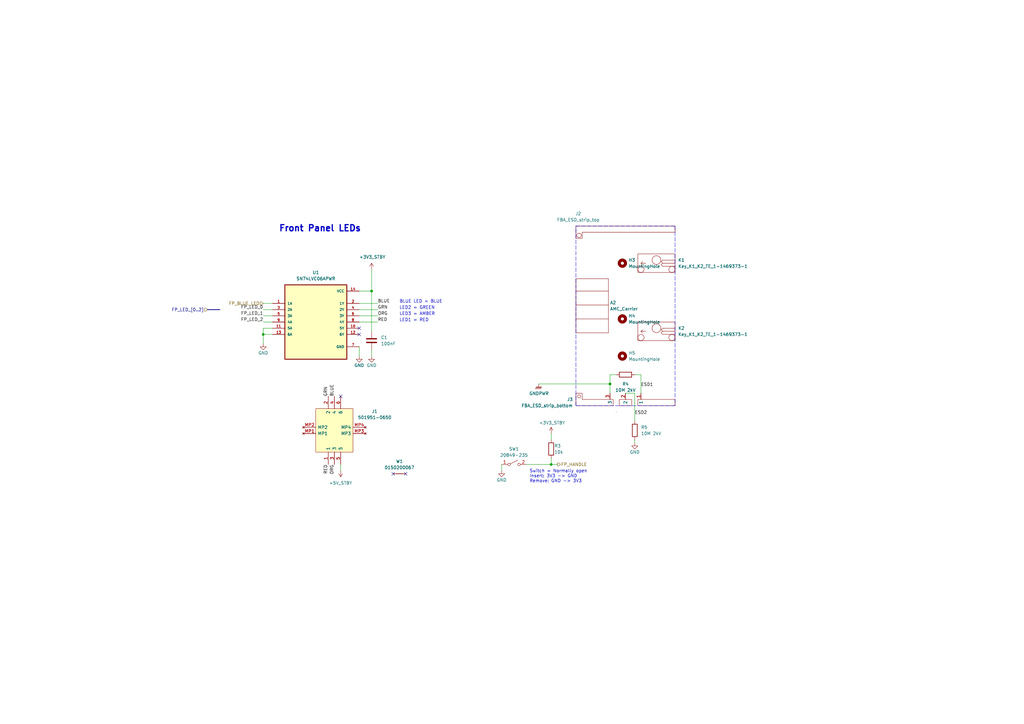
<source format=kicad_sch>
(kicad_sch (version 20211123) (generator eeschema)
  (paper "A3")
  (title_block (title "ATCA Template") (date "2023-01-05") (rev "1.0") (company "Karlsruhe Institute of Technology (KIT)") (comment 1 "Carsten Schmerbeck") (comment 2 "Luis Ardila") (comment 4 "Licensed under CERN-OHL-P v2"))
  (lib_symbols
    (symbol "Device:C" (pin_numbers hide) (pin_names (offset 0.254))
      (property "Reference" "C" (at 0.635 2.54 0))
      (property "Value" "C" (at 0.635 -2.54 0))
      (symbol "C_0_1"
        (polyline (pts (xy -2.032 -0.762) (xy 2.032 -0.762)) (stroke (width 0.508)))
        (polyline (pts (xy -2.032 0.762) (xy 2.032 0.762)) (stroke (width 0.508)))
      )
      (symbol "C_1_1"
        (pin passive line (at 0 3.81 270) (length 2.794) (name "~") (number "1"))
        (pin passive line (at 0 -3.81 90) (length 2.794) (name "~") (number "2"))
      )
    )
    (symbol "Device:NetTie_2" (pin_numbers hide) (pin_names (offset 0) hide)
      (property "Reference" "NT" (at 0 1.27 0))
      (property "Value" "NetTie_2" (at 0 -1.27 0))
      (symbol "NetTie_2_0_1"
        (polyline (pts (xy -1.27 0) (xy 1.27 0)) (stroke (width 0.254)))
      )
      (symbol "NetTie_2_1_1"
        (pin passive line (at -2.54 0 0) (length 2.54) (name "1") (number "1"))
        (pin passive line (at 2.54 0 180) (length 2.54) (name "2") (number "2"))
      )
    )
    (symbol "Device:R" (pin_numbers hide) (pin_names (offset 0))
      (property "Reference" "R" (at 2.032 0 90))
      (property "Value" "R" (at 0 0 90))
      (symbol "R_0_1"
        (rectangle (start -1.016 -2.54) (end 1.016 2.54) (stroke (width 0.254)))
      )
      (symbol "R_1_1"
        (pin passive line (at 0 3.81 270) (length 1.27) (name "~") (number "1"))
        (pin passive line (at 0 -3.81 90) (length 1.27) (name "~") (number "2"))
      )
    )
    (symbol "KIT_Connector:501951-0650" (pin_names (offset 0.762))
      (property "Reference" "J" (at 21.59 12.7 0))
      (property "Value" "501951-0650" (at 21.59 10.16 0))
      (symbol "501951-0650_0_0"
        (pin passive line (at 10.16 -15.24 90) (length 5.08) (name "1") (number "1"))
        (pin passive line (at 10.16 12.7 270) (length 5.08) (name "2") (number "2"))
        (pin passive line (at 12.7 -15.24 90) (length 5.08) (name "3") (number "3"))
        (pin passive line (at 12.7 12.7 270) (length 5.08) (name "4") (number "4"))
        (pin passive line (at 15.24 -15.24 90) (length 5.08) (name "5") (number "5"))
        (pin passive line (at 15.24 12.7 270) (length 5.08) (name "6") (number "6"))
        (pin no_connect line (at 0 -2.54 0) (length 5.08) (name "MP1") (number "MP1"))
        (pin no_connect line (at 0 0 0) (length 5.08) (name "MP2") (number "MP2"))
        (pin no_connect line (at 25.4 -2.54 180) (length 5.08) (name "MP3") (number "MP3"))
        (pin no_connect line (at 25.4 0 180) (length 5.08) (name "MP4") (number "MP4"))
      )
      (symbol "501951-0650_0_1"
        (polyline (pts (xy 5.08 7.62) (xy 20.32 7.62) (xy 20.32 -10.16) (xy 5.08 -10.16) (xy 5.08 7.62)) (stroke (width 0.1524)) (fill (type background)))
      )
    )
    (symbol "KIT_Logic:SN74LVC06APWR" (pin_names (offset 1.016))
      (property "Reference" "U" (at -12.7 16.2306 0))
      (property "Value" "SN74LVC06APWR" (at -12.7 -19.2278 0))
      (symbol "SN74LVC06APWR_0_0"
        (rectangle (start -12.7 -15.24) (end 12.7 15.24) (stroke (width 0.4064)) (fill (type background)))
        (pin input line (at -17.78 7.62 0) (length 5.08) (name "1A") (number "1"))
        (pin output line (at 17.78 -2.54 180) (length 5.08) (name "5Y") (number "10"))
        (pin input line (at -17.78 -2.54 0) (length 5.08) (name "5A") (number "11"))
        (pin output line (at 17.78 -5.08 180) (length 5.08) (name "6Y") (number "12"))
        (pin input line (at -17.78 -5.08 0) (length 5.08) (name "6A") (number "13"))
        (pin power_in line (at 17.78 12.7 180) (length 5.08) (name "VCC") (number "14"))
        (pin output line (at 17.78 7.62 180) (length 5.08) (name "1Y") (number "2"))
        (pin input line (at -17.78 5.08 0) (length 5.08) (name "2A") (number "3"))
        (pin output line (at 17.78 5.08 180) (length 5.08) (name "2Y") (number "4"))
        (pin input line (at -17.78 2.54 0) (length 5.08) (name "3A") (number "5"))
        (pin output line (at 17.78 2.54 180) (length 5.08) (name "3Y") (number "6"))
        (pin power_in line (at 17.78 -10.16 180) (length 5.08) (name "GND") (number "7"))
        (pin output line (at 17.78 0 180) (length 5.08) (name "4Y") (number "8"))
        (pin input line (at -17.78 0 0) (length 5.08) (name "4A") (number "9"))
      )
    )
    (symbol "KIT_Mechanical:AMC_Carrier"
      (property "Reference" "A" (at 0 0 0))
      (property "Value" "AMC_Carrier" (at 0 0 0))
      (symbol "AMC_Carrier_0_1"
        (polyline (pts (xy 0 -16.51) (xy 13.335 -16.51)))
        (polyline (pts (xy 0 -5.08) (xy 13.335 -5.08)))
        (polyline (pts (xy 13.335 -10.795) (xy 0 -10.795)))
        (rectangle (start 0 0) (end 13.335 -22.225))
      )
    )
    (symbol "KIT_Mechanical:FBA_ESD_strip_bottom"
      (property "Reference" "J" (at 0 0 0))
      (property "Value" "FBA_ESD_strip_bottom" (at 0 0 0))
      (symbol "FBA_ESD_strip_bottom_0_1"
        (circle (center -19.05 1.27) (radius 0.635))
        (arc (start -3.81 -5.08) (mid -3.81 -5.08) (end -3.81 -5.08))
        (arc (start -3.81 -5.08) (mid -3.81 -5.08) (end -3.81 -5.08))
        (rectangle (start -2.54 0) (end 2.54 -2.54))
        (polyline (pts (xy -5.08 0) (xy -17.78 0) (xy -17.78 2.54) (xy -20.32 2.54) (xy -20.32 -2.54) (xy -5.08 -2.54) (xy -5.08 0)))
        (rectangle (start 5.08 0) (end 20.32 -2.54))
      )
      (symbol "FBA_ESD_strip_bottom_1_1"
        (pin passive line (at 6.35 2.54 270) (length 2.54) (name "1") (number "1"))
        (pin passive line (at 0 2.54 270) (length 2.54) (name "2") (number "2"))
        (pin passive line (at -6.35 2.54 270) (length 2.54) (name "3") (number "3"))
      )
    )
    (symbol "KIT_Mechanical:FBA_ESD_strip_top"
      (property "Reference" "J" (at 12.065 0 0))
      (property "Value" "FBA_ESD_strip_top" (at 12.065 0 0))
      (symbol "FBA_ESD_strip_top_0_1"
        (polyline (pts (xy 0 0) (xy 40.64 0) (xy 40.64 -2.54) (xy 2.54 -2.54) (xy 2.54 -5.08) (xy 0 -5.08) (xy 0 0)))
        (circle (center 1.27 -3.81) (radius 0.898))
      )
    )
    (symbol "KIT_Mechanical:Key_K1_K2_TE_1-1469373-1" (pin_names (offset 1.016))
      (property "Reference" "K2" (at 8.3312 1.1684 0))
      (property "Value" "Key_K1_K2_TE_1-1469373-1" (at 8.3312 -1.143 0))
      (symbol "Key_K1_K2_TE_1-1469373-1_0_1"
        (rectangle (start -7.62 3.81) (end 7.62 -3.81))
        (circle (center -6.35 -2.54) (radius 1.27))
        (polyline (pts (xy -6.35 0) (xy -5.715 -0.635)))
        (polyline (pts (xy -4.445 0) (xy -6.35 0) (xy -5.715 0.635)))
        (polyline (pts (xy 7.62 -1.27) (xy 2.54 -1.27) (xy 1.905 -0.635) (xy 2.54 0)))
        (polyline (pts (xy 7.62 1.27) (xy 2.54 1.27) (xy 1.905 0.635) (xy 2.54 0) (xy 7.62 0)))
        (circle (center 0 1.27) (radius 1.8034))
        (circle (center 6.35 -2.54) (radius 1.27))
      )
    )
    (symbol "KIT_Power:+3V3_STBY" (power) (pin_names (offset 0))
      (property "Value" "+3V3_STBY" (at 0 3.556 0))
      (symbol "+3V3_STBY_0_1"
        (polyline (pts (xy -0.762 1.27) (xy 0 2.54)))
        (polyline (pts (xy 0 0) (xy 0 2.54)))
        (polyline (pts (xy 0 2.54) (xy 0.762 1.27)))
      )
      (symbol "+3V3_STBY_1_1"
        (pin power_in line (at 0 0 90) (length 0) hide (name "+3V3_STBY") (number "1"))
      )
    )
    (symbol "KIT_Power:+5V_STBY" (power) (pin_names (offset 0))
      (property "Value" "+5V_STBY" (at 0 3.556 0))
      (symbol "+5V_STBY_0_1"
        (polyline (pts (xy -0.762 1.27) (xy 0 2.54)))
        (polyline (pts (xy 0 0) (xy 0 2.54)))
        (polyline (pts (xy 0 2.54) (xy 0.762 1.27)))
      )
      (symbol "+5V_STBY_1_1"
        (pin power_in line (at 0 0 90) (length 0) hide (name "+5V_STBY") (number "1"))
      )
    )
    (symbol "Key_K1_K2_TE_1-1469373-1_1" (pin_names (offset 1.016))
      (property "Reference" "K2" (at 8.3312 1.1684 0))
      (property "Value" "Key_K1_K2_TE_1-1469373-1_1" (at 8.3312 -1.143 0))
      (symbol "Key_K1_K2_TE_1-1469373-1_1_0_1"
        (rectangle (start -7.62 3.81) (end 7.62 -3.81))
        (circle (center -6.35 -2.54) (radius 1.27))
        (polyline (pts (xy -6.35 0) (xy -5.715 -0.635)))
        (polyline (pts (xy -4.445 0) (xy -6.35 0) (xy -5.715 0.635)))
        (polyline (pts (xy 7.62 -1.27) (xy 2.54 -1.27) (xy 1.905 -0.635) (xy 2.54 0)))
        (polyline (pts (xy 7.62 1.27) (xy 2.54 1.27) (xy 1.905 0.635) (xy 2.54 0) (xy 7.62 0)))
        (circle (center 0 1.27) (radius 1.8034))
        (circle (center 6.35 -2.54) (radius 1.27))
      )
    )
    (symbol "Mechanical:MountingHole" (pin_names (offset 1.016))
      (property "Reference" "H" (at 0 5.08 0))
      (property "Value" "MountingHole" (at 0 3.175 0))
      (symbol "MountingHole_0_1"
        (circle (center 0 0) (radius 1.27) (stroke (width 1.27)))
      )
    )
    (symbol "Switch:SW_SPST" (pin_names (offset 0) hide)
      (property "Reference" "SW" (at 0 3.175 0))
      (property "Value" "SW_SPST" (at 0 -2.54 0))
      (symbol "SW_SPST_0_0"
        (circle (center -2.032 0) (radius 0.508))
        (polyline (pts (xy -1.524 0.254) (xy 1.524 1.778)))
        (circle (center 2.032 0) (radius 0.508))
      )
      (symbol "SW_SPST_1_1"
        (pin passive line (at -5.08 0 0) (length 2.54) (name "A") (number "1"))
        (pin passive line (at 5.08 0 180) (length 2.54) (name "B") (number "2"))
      )
    )
    (symbol "power:GND" (power) (pin_names (offset 0))
      (property "Value" "GND" (at 0 -3.81 0))
      (symbol "GND_0_1"
        (polyline (pts (xy 0 0) (xy 0 -1.27) (xy 1.27 -1.27) (xy 0 -2.54) (xy -1.27 -1.27) (xy 0 -1.27)))
      )
      (symbol "GND_1_1"
        (pin power_in line (at 0 0 270) (length 0) hide (name "GND") (number "1"))
      )
    )
    (symbol "power:GNDPWR" (power) (pin_names (offset 0))
      (property "Value" "GNDPWR" (at 0 -3.302 0))
      (symbol "GNDPWR_0_1"
        (polyline (pts (xy 0 -1.27) (xy 0 0)))
        (polyline (pts (xy -1.016 -1.27) (xy -1.27 -2.032) (xy -1.27 -2.032)) (stroke (width 0.2032)))
        (polyline (pts (xy -0.508 -1.27) (xy -0.762 -2.032) (xy -0.762 -2.032)) (stroke (width 0.2032)))
        (polyline (pts (xy 0 -1.27) (xy -0.254 -2.032) (xy -0.254 -2.032)) (stroke (width 0.2032)))
        (polyline (pts (xy 0.508 -1.27) (xy 0.254 -2.032) (xy 0.254 -2.032)) (stroke (width 0.2032)))
        (polyline (pts (xy 1.016 -1.27) (xy -1.016 -1.27) (xy -1.016 -1.27)) (stroke (width 0.2032)))
        (polyline (pts (xy 1.016 -1.27) (xy 0.762 -2.032) (xy 0.762 -2.032) (xy 0.762 -2.032)) (stroke (width 0.2032)))
      )
      (symbol "GNDPWR_1_1"
        (pin power_in line (at 0 0 270) (length 0) hide (name "GNDPWR") (number "1"))
      )
    )
  )
  (junction (at 152.4 119.38))
  (junction (at 107.95 137.16))
  (junction (at 250.19 157.48))
  (junction (at 226.06 190.5))
  (no_connect (at 166.37 194.31))
  (no_connect (at 161.29 194.31))
  (no_connect (at 139.7 162.56))
  (no_connect (at 147.32 134.62))
  (no_connect (at 147.32 137.16))
  (polyline (pts (xy 236.22 166.37) (xy 236.22 92.71)))
  (wire (pts (xy 260.35 161.29) (xy 260.35 172.72)))
  (wire (pts (xy 107.95 137.16) (xy 107.95 134.62)))
  (wire (pts (xy 107.95 127) (xy 111.76 127)))
  (wire (pts (xy 152.4 135.89) (xy 152.4 119.38)))
  (wire (pts (xy 147.32 127) (xy 154.94 127)))
  (wire (pts (xy 147.32 129.54) (xy 154.94 129.54)))
  (wire (pts (xy 107.95 129.54) (xy 111.76 129.54)))
  (polyline (pts (xy 276.86 92.71) (xy 276.86 166.37)))
  (wire (pts (xy 147.32 142.24) (xy 147.32 146.05)))
  (wire (pts (xy 226.06 180.34) (xy 226.06 177.8)))
  (polyline (pts (xy 236.22 92.71) (xy 276.86 92.71)))
  (wire (pts (xy 250.19 161.29) (xy 250.19 157.48)))
  (wire (pts (xy 107.95 137.16) (xy 111.76 137.16)))
  (wire (pts (xy 147.32 132.08) (xy 154.94 132.08)))
  (wire (pts (xy 107.95 132.08) (xy 111.76 132.08)))
  (wire (pts (xy 250.19 153.67) (xy 252.73 153.67)))
  (wire (pts (xy 107.95 140.97) (xy 107.95 137.16)))
  (wire (pts (xy 152.4 110.49) (xy 152.4 119.38)))
  (wire (pts (xy 250.19 157.48) (xy 250.19 153.67)))
  (wire (pts (xy 250.19 157.48) (xy 220.98 157.48)))
  (wire (pts (xy 147.32 119.38) (xy 152.4 119.38)))
  (wire (pts (xy 205.74 193.04) (xy 205.74 190.5)))
  (wire (pts (xy 256.54 161.29) (xy 260.35 161.29)))
  (wire (pts (xy 226.06 190.5) (xy 226.06 187.96)))
  (wire (pts (xy 228.6 190.5) (xy 226.06 190.5)))
  (wire (pts (xy 260.35 180.34) (xy 260.35 181.61)))
  (polyline (pts (xy 276.86 166.37) (xy 236.22 166.37)))
  (wire (pts (xy 215.9 190.5) (xy 226.06 190.5)))
  (wire (pts (xy 262.89 161.29) (xy 262.89 153.67)))
  (wire (pts (xy 147.32 124.46) (xy 154.94 124.46)))
  (wire (pts (xy 260.35 153.67) (xy 262.89 153.67)))
  (wire (pts (xy 107.95 124.46) (xy 111.76 124.46)))
  (bus (pts (xy 85.09 127) (xy 90.17 127)))
  (wire (pts (xy 152.4 143.51) (xy 152.4 146.05)))
  (wire (pts (xy 107.95 134.62) (xy 111.76 134.62)))
  (wire (pts (xy 139.7 190.5) (xy 139.7 193.04)))
  (text "LED1 = RED" (at 163.83 132.08 0) (effects (font (size 1.27 1.27)) (justify left bottom)))
  (text "LED2 = GREEN" (at 163.83 127 0) (effects (font (size 1.27 1.27)) (justify left bottom)))
  (text "BLUE LED = BLUE" (at 163.83 124.46 0) (effects (font (size 1.27 1.27)) (justify left bottom)))
  (text "LED3 = AMBER" (at 163.83 129.54 0) (effects (font (size 1.27 1.27)) (justify left bottom)))
  (text "Switch = Normally open\nInsert: 3V3 -> GND\nRemove: GND -> 3V3" (at 217.17 198.12 0) (effects (font (size 1.27 1.27)) (justify left bottom)))
  (text "Front Panel LEDs" (at 114.3 95.25 0) (effects (font (size 2.54 2.54) (thickness 0.508) bold) (justify left bottom)))
  (label "GRN" (at 134.62 162.56 90))
  (label "ESD2" (at 260.35 170.18 0))
  (label "GRN" (at 154.94 127 0))
  (label "ESD1" (at 262.89 158.75 0))
  (label "FP_LED_2" (at 107.95 132.08 180))
  (label "ORG" (at 137.16 190.5 270))
  (label "BLUE" (at 154.94 124.46 0))
  (label "FP_LED_1" (at 107.95 129.54 180))
  (label "FP_LED_0" (at 107.95 127 180))
  (label "ORG" (at 154.94 129.54 0))
  (label "RED" (at 154.94 132.08 0))
  (label "BLUE" (at 137.16 162.56 90))
  (label "RED" (at 134.62 190.5 270))
  (hierarchical_label "FP_LED_[0..2]" (shape input) (at 85.09 127 180))
  (hierarchical_label "FP_BLUE_LED" (shape input) (at 107.95 124.46 180))
  (hierarchical_label "FP_HANDLE" (shape output) (at 228.6 190.5 0))
  (symbol (lib_id "KIT_Connector:501951-0650") (at 124.46 175.26 0) (unit 1)
    (property "Reference" "J1" (at 153.67 168.6812 0))
    (property "Value" "501951-0650" (at 153.67 171.2212 0))
    (property "Footprint" "KIT_Connector:50195106501" (effects hide))
    (property "Datasheet" "https://www.molex.com/webdocs/datasheets/pdf/en-us/5019510650_FFC_FPC_CONNECTORS.pdf" (effects hide))
    (property "digikey#" "900-5019510650CT-ND" (effects hide))
    (property "manf" "Molex" (effects hide))
    (property "manf#" "5019510650" (effects hide))
    (property "mouser#" "538-501951-0650" (effects hide))
  )
  (symbol (lib_id "power:GND") (at 107.95 140.97 0) (unit 1)
    (property "Reference" "#PWR03" (effects hide))
    (property "Value" "GND" (at 107.95 144.78 0))
  )
  (symbol (lib_id "power:GNDPWR") (at 220.98 157.48 0) (unit 1)
    (property "Reference" "#PWR011" (effects hide))
    (property "Value" "~" (at 221.0816 161.3916 0))
  )
  (symbol (lib_name "Key_K1_K2_TE_1-1469373-1_1") (lib_id "KIT_Mechanical:Key_K1_K2_TE_1-1469373-1") (at 269.24 107.95 0) (unit 1)
    (property "Reference" "K1" (at 278.13 106.6799 0) (effects (justify left)))
    (property "Value" "Key_K1_K2_TE_1-1469373-1" (at 278.13 109.2199 0) (effects (justify left)))
    (property "Footprint" "KIT_Mechanical:Key_K1_K2_TE_1-1469373-1" (effects hide))
    (property "Datasheet" "https://www.te.com/commerce/DocumentDelivery/DDEController?Action=showdoc&DocId=Customer+Drawing%7F1469373%7FE1%7Fpdf%7FEnglish%7FENG_CD_1469373_E1.pdf%7F1-1469373-1" (effects hide))
    (property "rs#" "718-1418" (effects hide))
    (property "manf" "TE Connectivity" (effects hide))
    (property "manf#" "1-1469373-1" (effects hide))
    (property "digikey#" "1-1469373-1-ND" (effects hide))
    (property "stock" "Box: 11" (effects hide))
  )
  (symbol (lib_id "Device:R") (at 260.35 176.53 0) (unit 1)
    (property "Reference" "R5" (at 262.89 175.2599 0) (effects (justify left)))
    (property "Value" "10M 2kV" (at 262.89 177.7999 0) (effects (justify left)))
    (property "Footprint" "Resistor_SMD:R_2010_5025Metric" (effects hide))
    (property "Datasheet" "https://www.bourns.com/docs/product-datasheets/chv-st.pdf" (effects hide))
    (property "digikey#" "118-CHV2010-FX-1005ESTCT-ND" (effects hide))
    (property "manf" "Bourns" (effects hide))
    (property "manf#" "CHV2010-FX-1005EST" (effects hide))
  )
  (symbol (lib_id "power:GND") (at 152.4 146.05 0) (unit 1)
    (property "Reference" "#PWR08" (effects hide))
    (property "Value" "GND" (at 152.4 149.86 0))
  )
  (symbol (lib_id "Device:R") (at 226.06 184.15 0) (unit 1)
    (property "Reference" "R3" (at 227.33 182.88 0) (effects (justify left)))
    (property "Value" "10k" (at 227.33 185.42 0) (effects (justify left)))
    (property "Footprint" "Resistor_SMD:R_0402_1005Metric" (effects hide))
    (property "stock" "AVT-IPE" (effects hide))
    (property "digikey#" "A129639CT-ND" (effects hide))
    (property "manf" "TE" (effects hide))
    (property "manf#" "CRGCQ0402F10K" (effects hide))
  )
  (symbol (lib_id "Mechanical:MountingHole") (at 255.27 107.95 0) (unit 1)
    (property "Reference" "H3" (at 257.81 106.6799 0) (effects (justify left)))
    (property "Value" "MountingHole" (at 257.81 109.2199 0) (effects (justify left)))
    (property "Footprint" "KIT_Mechanical:NPTH_2.7_7_Keepout" (effects hide))
    (property "stock" "PCB" (effects hide))
  )
  (symbol (lib_id "power:GND") (at 205.74 193.04 0) (unit 1)
    (property "Reference" "#PWR010" (effects hide))
    (property "Value" "GND" (at 205.74 196.85 0))
  )
  (symbol (lib_id "Device:NetTie_2") (at 163.83 194.31 0) (unit 1) (on_board no)
    (property "Reference" "W1" (at 163.83 189.23 0))
    (property "Value" "0150200067" (at 163.83 191.77 0))
    (property "Datasheet" "https://www.molex.com/webdocs/datasheets/pdf/en-us/0150200067_CABLE.pdf" (effects hide))
    (property "digikey#" "WM22825-ND" (effects hide))
    (property "manf" "Molex" (effects hide))
    (property "manf#" "0150200067" (effects hide))
  )
  (symbol (lib_id "Mechanical:MountingHole") (at 255.27 130.81 0) (unit 1)
    (property "Reference" "H4" (at 257.81 129.5399 0) (effects (justify left)))
    (property "Value" "MountingHole" (at 257.81 132.0799 0) (effects (justify left)))
    (property "Footprint" "KIT_Mechanical:NPTH_2.7_7_Keepout" (effects hide))
    (property "stock" "PCB" (effects hide))
  )
  (symbol (lib_id "KIT_Mechanical:Key_K1_K2_TE_1-1469373-1") (at 269.24 135.89 0) (unit 1)
    (property "Reference" "K2" (at 278.13 134.6199 0) (effects (justify left)))
    (property "Value" "Key_K1_K2_TE_1-1469373-1" (at 278.13 137.1599 0) (effects (justify left)))
    (property "Footprint" "KIT_Mechanical:Key_K1_K2_TE_1-1469373-1" (effects hide))
    (property "Datasheet" "https://www.te.com/commerce/DocumentDelivery/DDEController?Action=showdoc&DocId=Customer+Drawing%7F1469373%7FE1%7Fpdf%7FEnglish%7FENG_CD_1469373_E1.pdf%7F1-1469373-1" (effects hide))
    (property "rs#" "718-1418" (effects hide))
    (property "manf" "TE Connectivity" (effects hide))
    (property "manf#" "1-1469373-1" (effects hide))
    (property "digikey#" "1-1469373-1-ND" (effects hide))
    (property "stock" "Box: 11" (effects hide))
  )
  (symbol (lib_id "KIT_Mechanical:FBA_ESD_strip_top") (at 236.22 92.71 0) (unit 1)
    (property "Reference" "J2" (at 237.1725 87.63 0))
    (property "Value" "FBA_ESD_strip_top" (at 237.1725 90.17 0))
    (property "Footprint" "KIT_Mechanical:FBA_ESD_strip_top" (effects hide))
    (property "stock" "PCB" (effects hide))
  )
  (symbol (lib_id "Mechanical:MountingHole") (at 255.27 146.05 0) (unit 1)
    (property "Reference" "H5" (at 257.81 144.7799 0) (effects (justify left)))
    (property "Value" "MountingHole" (at 257.81 147.3199 0) (effects (justify left)))
    (property "Footprint" "KIT_Mechanical:NPTH_2.7_7_Keepout" (effects hide))
    (property "stock" "PCB" (effects hide))
  )
  (symbol (lib_id "KIT_Power:+3V3_STBY") (at 152.4 110.49 0) (unit 1)
    (property "Reference" "#PWR07" (effects hide))
    (property "Value" "+3V3_STBY" (at 147.32 105.41 0) (effects (justify left)))
  )
  (symbol (lib_id "Device:C") (at 152.4 139.7 180) (unit 1)
    (property "Reference" "C1" (at 156.21 138.4299 0) (effects (justify right)))
    (property "Value" "100nF" (at 156.21 140.9699 0) (effects (justify right)))
    (property "Footprint" "Capacitor_SMD:C_0402_1005Metric" (effects hide))
    (property "stock" "AVT-IPE" (effects hide))
    (property "voltage" "16 V" (effects hide))
  )
  (symbol (lib_id "Device:R") (at 256.54 153.67 270) (unit 1)
    (property "Reference" "R4" (at 256.54 157.48 90))
    (property "Value" "10M 2kV" (at 256.54 160.02 90))
    (property "Footprint" "Resistor_SMD:R_2010_5025Metric" (effects hide))
    (property "Datasheet" "https://www.bourns.com/docs/product-datasheets/chv-st.pdf" (effects hide))
    (property "digikey#" "118-CHV2010-FX-1005ESTCT-ND" (effects hide))
    (property "manf" "Bourns" (effects hide))
    (property "manf#" "CHV2010-FX-1005EST" (effects hide))
  )
  (symbol (lib_id "power:GND") (at 147.32 146.05 0) (unit 1)
    (property "Reference" "#PWR05" (effects hide))
    (property "Value" "GND" (at 147.32 149.86 0))
  )
  (symbol (lib_id "KIT_Power:+3V3_STBY") (at 226.06 177.8 0) (unit 1)
    (property "Reference" "#PWR012" (effects hide))
    (property "Value" "+3V3_STBY" (at 226.441 173.4058 0))
  )
  (symbol (lib_id "KIT_Logic:SN74LVC06APWR") (at 129.54 132.08 0) (unit 1)
    (property "Reference" "U1" (at 129.54 111.76 0))
    (property "Value" "SN74LVC06APWR" (at 129.54 114.3 0))
    (property "Footprint" "Package_SO:TSSOP-14_4.4x5mm_P0.65mm" (effects hide))
    (property "Datasheet" "https://www.ti.com/lit/ds/symlink/sn74lvc06a.pdf?ts=1656895390665" (effects hide))
    (property "stock" "Serenity: 40" (effects hide))
    (property "digikey#" "296-8437-1-ND" (effects hide))
    (property "manf" "Texas Instruments" (effects hide))
    (property "manf#" "SN74LVC06APWR" (effects hide))
  )
  (symbol (lib_id "KIT_Mechanical:AMC_Carrier") (at 236.22 114.3 0) (unit 1)
    (property "Reference" "A2" (at 250.19 124.1424 0) (effects (justify left)))
    (property "Value" "AMC_Carrier" (at 250.19 126.6824 0) (effects (justify left)))
    (property "Footprint" "KIT_Mechanical:Schroff_10849-001_AMC_Carrier" (effects hide))
    (property "Datasheet" "https://schroff.nvent.com/sites/g/files/hdkjer281/files/acquiadam/2020-11/60849-054.pdf?asset_type=Installation%20Manual%20/%20Instruction%20Sheet" (effects hide))
    (property "manf" "Schroff" (effects hide))
    (property "manf#" "10849-001" (effects hide))
    (property "stock" "Schroff" (effects hide))
  )
  (symbol (lib_id "KIT_Power:+5V_STBY") (at 139.7 193.04 180) (unit 1)
    (property "Reference" "#PWR06" (effects hide))
    (property "Value" "+5V_STBY" (at 139.7 198.12 0))
  )
  (symbol (lib_id "KIT_Mechanical:FBA_ESD_strip_bottom") (at 256.54 163.83 0) (unit 1)
    (property "Reference" "J3" (at 234.95 163.8299 0) (effects (justify right)))
    (property "Value" "FBA_ESD_strip_bottom" (at 234.95 166.3699 0) (effects (justify right)))
    (property "Footprint" "KIT_Mechanical:FBA_ESD_strip_bottom" (effects hide))
    (property "stock" "PCB" (effects hide))
  )
  (symbol (lib_id "Switch:SW_SPST") (at 210.82 190.5 0) (unit 1)
    (property "Reference" "SW1" (at 210.82 184.15 0))
    (property "Value" "20849-235" (at 210.82 186.69 0))
    (property "Footprint" "KIT_Switch:20849-235" (effects hide))
    (property "manf" "Schroff" (effects hide))
    (property "manf#" "20849-235" (effects hide))
    (property "stock" "Schroff" (effects hide))
  )
  (symbol (lib_id "power:GND") (at 260.35 181.61 0) (unit 1)
    (property "Reference" "#PWR013" (effects hide))
    (property "Value" "GND" (at 260.35 185.42 0))
  )
)
</source>
